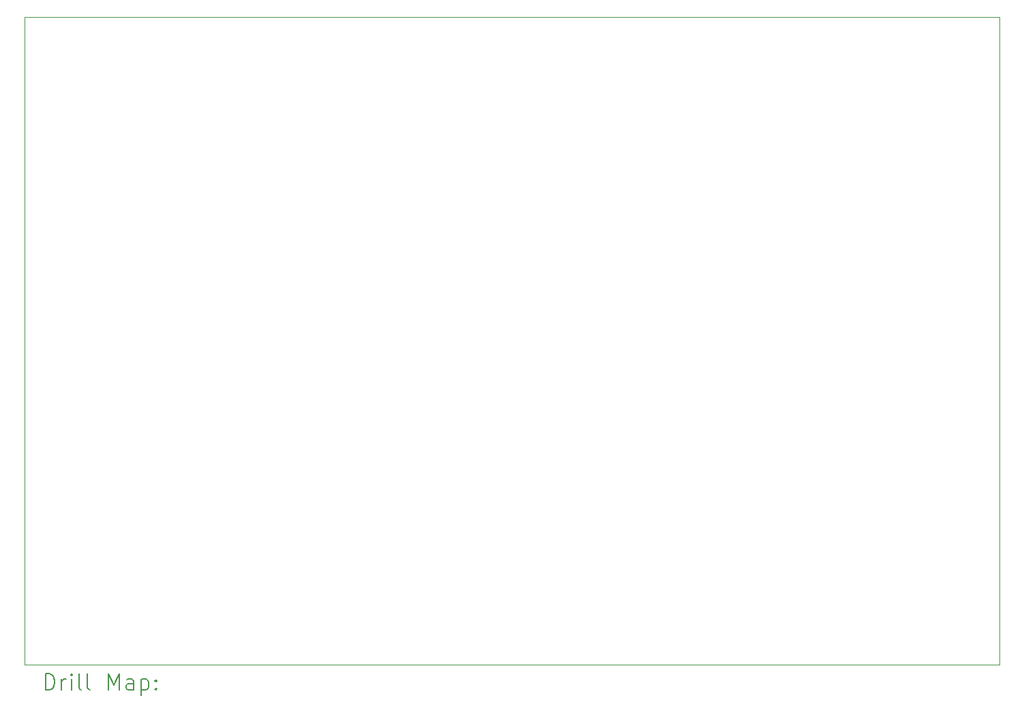
<source format=gbr>
%TF.GenerationSoftware,KiCad,Pcbnew,8.0.5*%
%TF.CreationDate,2024-10-09T14:13:20+02:00*%
%TF.ProjectId,ElectronicVdP,456c6563-7472-46f6-9e69-635664502e6b,v 1.0*%
%TF.SameCoordinates,Original*%
%TF.FileFunction,Drillmap*%
%TF.FilePolarity,Positive*%
%FSLAX45Y45*%
G04 Gerber Fmt 4.5, Leading zero omitted, Abs format (unit mm)*
G04 Created by KiCad (PCBNEW 8.0.5) date 2024-10-09 14:13:20*
%MOMM*%
%LPD*%
G01*
G04 APERTURE LIST*
%ADD10C,0.100000*%
%ADD11C,0.200000*%
G04 APERTURE END LIST*
D10*
X4741000Y-7616000D02*
X16843000Y-7616000D01*
X16843000Y-15661500D01*
X4741000Y-15661500D01*
X4741000Y-7616000D01*
D11*
X4996777Y-15977984D02*
X4996777Y-15777984D01*
X4996777Y-15777984D02*
X5044396Y-15777984D01*
X5044396Y-15777984D02*
X5072967Y-15787508D01*
X5072967Y-15787508D02*
X5092015Y-15806555D01*
X5092015Y-15806555D02*
X5101539Y-15825603D01*
X5101539Y-15825603D02*
X5111063Y-15863698D01*
X5111063Y-15863698D02*
X5111063Y-15892269D01*
X5111063Y-15892269D02*
X5101539Y-15930365D01*
X5101539Y-15930365D02*
X5092015Y-15949412D01*
X5092015Y-15949412D02*
X5072967Y-15968460D01*
X5072967Y-15968460D02*
X5044396Y-15977984D01*
X5044396Y-15977984D02*
X4996777Y-15977984D01*
X5196777Y-15977984D02*
X5196777Y-15844650D01*
X5196777Y-15882746D02*
X5206301Y-15863698D01*
X5206301Y-15863698D02*
X5215824Y-15854174D01*
X5215824Y-15854174D02*
X5234872Y-15844650D01*
X5234872Y-15844650D02*
X5253920Y-15844650D01*
X5320586Y-15977984D02*
X5320586Y-15844650D01*
X5320586Y-15777984D02*
X5311063Y-15787508D01*
X5311063Y-15787508D02*
X5320586Y-15797031D01*
X5320586Y-15797031D02*
X5330110Y-15787508D01*
X5330110Y-15787508D02*
X5320586Y-15777984D01*
X5320586Y-15777984D02*
X5320586Y-15797031D01*
X5444396Y-15977984D02*
X5425348Y-15968460D01*
X5425348Y-15968460D02*
X5415824Y-15949412D01*
X5415824Y-15949412D02*
X5415824Y-15777984D01*
X5549158Y-15977984D02*
X5530110Y-15968460D01*
X5530110Y-15968460D02*
X5520586Y-15949412D01*
X5520586Y-15949412D02*
X5520586Y-15777984D01*
X5777729Y-15977984D02*
X5777729Y-15777984D01*
X5777729Y-15777984D02*
X5844396Y-15920841D01*
X5844396Y-15920841D02*
X5911062Y-15777984D01*
X5911062Y-15777984D02*
X5911062Y-15977984D01*
X6092015Y-15977984D02*
X6092015Y-15873222D01*
X6092015Y-15873222D02*
X6082491Y-15854174D01*
X6082491Y-15854174D02*
X6063443Y-15844650D01*
X6063443Y-15844650D02*
X6025348Y-15844650D01*
X6025348Y-15844650D02*
X6006301Y-15854174D01*
X6092015Y-15968460D02*
X6072967Y-15977984D01*
X6072967Y-15977984D02*
X6025348Y-15977984D01*
X6025348Y-15977984D02*
X6006301Y-15968460D01*
X6006301Y-15968460D02*
X5996777Y-15949412D01*
X5996777Y-15949412D02*
X5996777Y-15930365D01*
X5996777Y-15930365D02*
X6006301Y-15911317D01*
X6006301Y-15911317D02*
X6025348Y-15901793D01*
X6025348Y-15901793D02*
X6072967Y-15901793D01*
X6072967Y-15901793D02*
X6092015Y-15892269D01*
X6187253Y-15844650D02*
X6187253Y-16044650D01*
X6187253Y-15854174D02*
X6206301Y-15844650D01*
X6206301Y-15844650D02*
X6244396Y-15844650D01*
X6244396Y-15844650D02*
X6263443Y-15854174D01*
X6263443Y-15854174D02*
X6272967Y-15863698D01*
X6272967Y-15863698D02*
X6282491Y-15882746D01*
X6282491Y-15882746D02*
X6282491Y-15939888D01*
X6282491Y-15939888D02*
X6272967Y-15958936D01*
X6272967Y-15958936D02*
X6263443Y-15968460D01*
X6263443Y-15968460D02*
X6244396Y-15977984D01*
X6244396Y-15977984D02*
X6206301Y-15977984D01*
X6206301Y-15977984D02*
X6187253Y-15968460D01*
X6368205Y-15958936D02*
X6377729Y-15968460D01*
X6377729Y-15968460D02*
X6368205Y-15977984D01*
X6368205Y-15977984D02*
X6358682Y-15968460D01*
X6358682Y-15968460D02*
X6368205Y-15958936D01*
X6368205Y-15958936D02*
X6368205Y-15977984D01*
X6368205Y-15854174D02*
X6377729Y-15863698D01*
X6377729Y-15863698D02*
X6368205Y-15873222D01*
X6368205Y-15873222D02*
X6358682Y-15863698D01*
X6358682Y-15863698D02*
X6368205Y-15854174D01*
X6368205Y-15854174D02*
X6368205Y-15873222D01*
M02*

</source>
